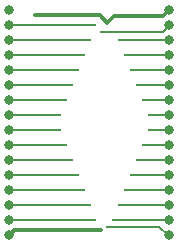
<source format=gbr>
G04 #@! TF.GenerationSoftware,KiCad,Pcbnew,(6.0.1-0)*
G04 #@! TF.CreationDate,2022-03-14T11:09:26-04:00*
G04 #@! TF.ProjectId,MBC1-TSOP32,4d424331-2d54-4534-9f50-33322e6b6963,rev?*
G04 #@! TF.SameCoordinates,Original*
G04 #@! TF.FileFunction,Copper,L2,Bot*
G04 #@! TF.FilePolarity,Positive*
%FSLAX46Y46*%
G04 Gerber Fmt 4.6, Leading zero omitted, Abs format (unit mm)*
G04 Created by KiCad (PCBNEW (6.0.1-0)) date 2022-03-14 11:09:26*
%MOMM*%
%LPD*%
G01*
G04 APERTURE LIST*
G04 #@! TA.AperFunction,ViaPad*
%ADD10C,0.300000*%
G04 #@! TD*
G04 #@! TA.AperFunction,ViaPad*
%ADD11C,0.800000*%
G04 #@! TD*
G04 #@! TA.AperFunction,Conductor*
%ADD12C,0.300000*%
G04 #@! TD*
G04 #@! TA.AperFunction,Conductor*
%ADD13C,0.200000*%
G04 #@! TD*
G04 #@! TA.AperFunction,Conductor*
%ADD14C,0.250000*%
G04 #@! TD*
G04 APERTURE END LIST*
D10*
G04 #@! TO.N,VCC*
X114175000Y-50360000D03*
X108050000Y-49730000D03*
D11*
X119400000Y-49300000D03*
G04 #@! TO.N,A18*
X119400000Y-50570000D03*
D10*
X113675000Y-51120000D03*
G04 #@! TO.N,A17*
X115175000Y-51840000D03*
D11*
X119400000Y-51840000D03*
G04 #@! TO.N,A14*
X119400000Y-53110000D03*
D10*
X115675000Y-53110000D03*
G04 #@! TO.N,A13*
X116175000Y-54380000D03*
D11*
X119400000Y-54380000D03*
D10*
G04 #@! TO.N,A8*
X116675000Y-55650000D03*
D11*
X119400000Y-55650000D03*
D10*
G04 #@! TO.N,A9*
X117175000Y-56920000D03*
D11*
X119400000Y-56920000D03*
D10*
G04 #@! TO.N,A11*
X117675000Y-58190000D03*
D11*
X119400000Y-58190000D03*
D10*
G04 #@! TO.N,/OE*
X117675000Y-59460000D03*
D11*
X119400000Y-59460000D03*
G04 #@! TO.N,A10*
X119400000Y-60730000D03*
D10*
X117175000Y-60730000D03*
D11*
G04 #@! TO.N,CE*
X119400000Y-62000000D03*
D10*
X116675000Y-62000000D03*
D11*
G04 #@! TO.N,D7*
X119400000Y-63270000D03*
D10*
X116175000Y-63270000D03*
G04 #@! TO.N,D6*
X115675000Y-64540000D03*
D11*
X119400000Y-64540000D03*
G04 #@! TO.N,D5*
X119400000Y-65810000D03*
D10*
X115175000Y-65810000D03*
G04 #@! TO.N,D4*
X114675000Y-67080000D03*
D11*
X119400000Y-67080000D03*
D10*
G04 #@! TO.N,D3*
X114175000Y-67600000D03*
D11*
X119400000Y-68350000D03*
D10*
G04 #@! TO.N,GND*
X113675000Y-67900000D03*
D11*
X105850000Y-68350000D03*
D10*
G04 #@! TO.N,D2*
X113175000Y-67080000D03*
D11*
X105850000Y-67080000D03*
G04 #@! TO.N,D1*
X105850000Y-65810000D03*
D10*
X112675000Y-65810000D03*
D11*
G04 #@! TO.N,D0*
X105850000Y-64540000D03*
D10*
X112175000Y-64540000D03*
D11*
G04 #@! TO.N,A0*
X105850000Y-63270000D03*
D10*
X111675000Y-63270000D03*
G04 #@! TO.N,A1*
X111175000Y-62000000D03*
D11*
X105850000Y-62000000D03*
G04 #@! TO.N,A2*
X105850000Y-60730000D03*
D10*
X110675000Y-60730000D03*
D11*
G04 #@! TO.N,A3*
X105850000Y-59460000D03*
D10*
X110175000Y-59460000D03*
G04 #@! TO.N,A4*
X110175000Y-58190000D03*
D11*
X105850000Y-58190000D03*
D10*
G04 #@! TO.N,A5*
X110675000Y-56920000D03*
D11*
X105850000Y-56920000D03*
G04 #@! TO.N,A6*
X105850000Y-55650000D03*
D10*
X111175000Y-55650000D03*
D11*
G04 #@! TO.N,A7*
X105850000Y-54380000D03*
D10*
X111675000Y-54380000D03*
D11*
G04 #@! TO.N,A12*
X105850000Y-53110000D03*
D10*
X112175000Y-53110000D03*
G04 #@! TO.N,A15*
X112675000Y-51840000D03*
D11*
X105850000Y-51840000D03*
G04 #@! TO.N,A16*
X105850000Y-50570000D03*
D10*
X113175000Y-50570000D03*
D11*
G04 #@! TO.N,VPP*
X105850000Y-49300000D03*
G04 #@! TD*
D12*
G04 #@! TO.N,GND*
X113675000Y-67900000D02*
X106300000Y-67900000D01*
X106009671Y-68190329D02*
X106009708Y-68349963D01*
X106300000Y-67900000D02*
X106009671Y-68190329D01*
G04 #@! TO.N,VCC*
X114720000Y-49800000D02*
X114720000Y-49815000D01*
X114720000Y-49815000D02*
X114175000Y-50360000D01*
X108050000Y-49730000D02*
X113545000Y-49730000D01*
X113545000Y-49730000D02*
X114175000Y-50360000D01*
X114720000Y-49800000D02*
X118900000Y-49800000D01*
X119245310Y-49454690D02*
X119245274Y-49300036D01*
X118900000Y-49800000D02*
X119245310Y-49454690D01*
D13*
X119250000Y-49300000D02*
X119295274Y-49300000D01*
G04 #@! TO.N,A18*
X113675000Y-51120000D02*
X118850000Y-51120000D01*
X118850000Y-51120000D02*
X119295591Y-50674409D01*
X119295591Y-50674409D02*
X119295567Y-50570024D01*
G04 #@! TO.N,A17*
X115175000Y-51840000D02*
X119295860Y-51840000D01*
G04 #@! TO.N,A14*
X115675000Y-53110000D02*
X119296153Y-53110000D01*
G04 #@! TO.N,A13*
X116175000Y-54380000D02*
X119296446Y-54380000D01*
G04 #@! TO.N,A8*
X116675000Y-55650000D02*
X119296739Y-55650000D01*
G04 #@! TO.N,A9*
X117175000Y-56920000D02*
X119297032Y-56920000D01*
G04 #@! TO.N,A11*
X117675000Y-58190000D02*
X119297325Y-58190000D01*
G04 #@! TO.N,/OE*
X117675000Y-59460000D02*
X119297618Y-59460000D01*
G04 #@! TO.N,A10*
X117175000Y-60730000D02*
X119297911Y-60730000D01*
G04 #@! TO.N,CE*
X116675000Y-62000000D02*
X119298204Y-62000000D01*
G04 #@! TO.N,D7*
X116175000Y-63270000D02*
X119298497Y-63270000D01*
G04 #@! TO.N,D6*
X115675000Y-64540000D02*
X119298790Y-64540000D01*
G04 #@! TO.N,D5*
X115175000Y-65810000D02*
X119299083Y-65810000D01*
G04 #@! TO.N,D4*
X114675000Y-67080000D02*
X119299376Y-67080000D01*
G04 #@! TO.N,D3*
X114175000Y-67600000D02*
X118550000Y-67600000D01*
X118550000Y-67600000D02*
X119299669Y-68349669D01*
D14*
G04 #@! TO.N,GND*
X105984678Y-68215322D02*
X105984709Y-68349969D01*
D13*
X105959684Y-68240316D02*
X105959709Y-68349975D01*
G04 #@! TO.N,D2*
X113175000Y-67080000D02*
X105959416Y-67080000D01*
G04 #@! TO.N,D1*
X112675000Y-65810000D02*
X105959123Y-65810000D01*
G04 #@! TO.N,D0*
X112175000Y-64540000D02*
X105958830Y-64540000D01*
G04 #@! TO.N,A0*
X111675000Y-63270000D02*
X105958537Y-63270000D01*
G04 #@! TO.N,A1*
X111175000Y-62000000D02*
X105958244Y-62000000D01*
G04 #@! TO.N,A2*
X110675000Y-60730000D02*
X105957951Y-60730000D01*
G04 #@! TO.N,A3*
X110175000Y-59460000D02*
X105957658Y-59460000D01*
G04 #@! TO.N,A4*
X110175000Y-58190000D02*
X105957365Y-58190000D01*
G04 #@! TO.N,A5*
X110675000Y-56920000D02*
X105957072Y-56920000D01*
G04 #@! TO.N,A6*
X111175000Y-55650000D02*
X105956779Y-55650000D01*
G04 #@! TO.N,A7*
X111675000Y-54380000D02*
X105956486Y-54380000D01*
G04 #@! TO.N,A12*
X112175000Y-53110000D02*
X105956193Y-53110000D01*
G04 #@! TO.N,A15*
X112675000Y-51840000D02*
X105955900Y-51840000D01*
G04 #@! TO.N,A16*
X113175000Y-50570000D02*
X105955607Y-50570000D01*
G04 #@! TD*
M02*

</source>
